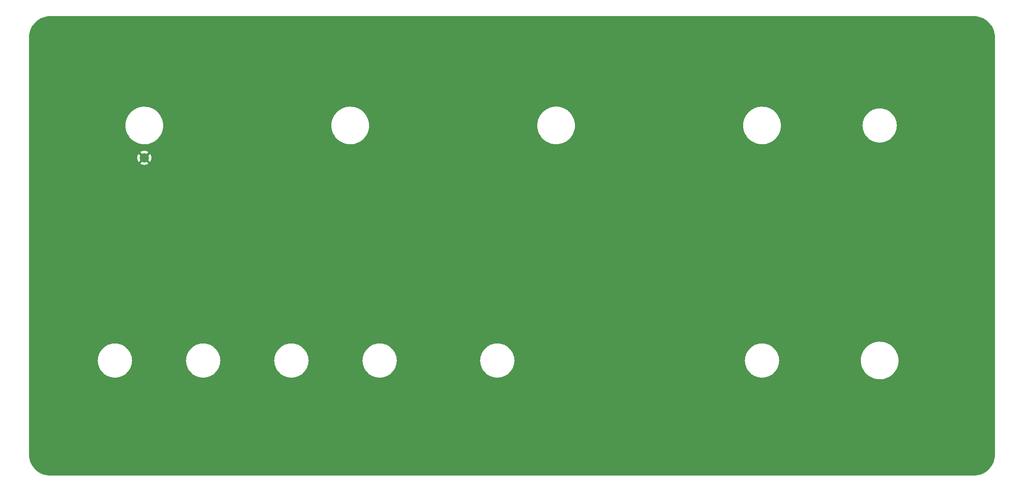
<source format=gbl>
G04 #@! TF.GenerationSoftware,KiCad,Pcbnew,6.0.5+dfsg-1~bpo11+1*
G04 #@! TF.CreationDate,2022-08-10T11:57:18+00:00*
G04 #@! TF.ProjectId,ribbon_pcb_panel,72696262-6f6e-45f7-9063-625f70616e65,0*
G04 #@! TF.SameCoordinates,Original*
G04 #@! TF.FileFunction,Copper,L2,Bot*
G04 #@! TF.FilePolarity,Positive*
%FSLAX46Y46*%
G04 Gerber Fmt 4.6, Leading zero omitted, Abs format (unit mm)*
G04 Created by KiCad (PCBNEW 6.0.5+dfsg-1~bpo11+1) date 2022-08-10 11:57:18*
%MOMM*%
%LPD*%
G01*
G04 APERTURE LIST*
G04 #@! TA.AperFunction,ComponentPad*
%ADD10C,2.000000*%
G04 #@! TD*
G04 APERTURE END LIST*
D10*
X59690000Y-78105000D03*
G04 #@! TA.AperFunction,Conductor*
G36*
X238730018Y-47500000D02*
G01*
X238744851Y-47502310D01*
X238744855Y-47502310D01*
X238753724Y-47503691D01*
X238774183Y-47501016D01*
X238796008Y-47500072D01*
X239152937Y-47515656D01*
X239163886Y-47516614D01*
X239548379Y-47567233D01*
X239559205Y-47569142D01*
X239937822Y-47653080D01*
X239948439Y-47655925D01*
X240118702Y-47709608D01*
X240318302Y-47772542D01*
X240328615Y-47776295D01*
X240686932Y-47924715D01*
X240696876Y-47929353D01*
X241040867Y-48108423D01*
X241050387Y-48113919D01*
X241377468Y-48322292D01*
X241386472Y-48328597D01*
X241694138Y-48564678D01*
X241702558Y-48571743D01*
X241988483Y-48833744D01*
X241996256Y-48841517D01*
X242258257Y-49127442D01*
X242265322Y-49135862D01*
X242501403Y-49443528D01*
X242507708Y-49452532D01*
X242716081Y-49779613D01*
X242721577Y-49789133D01*
X242900643Y-50133115D01*
X242905289Y-50143077D01*
X243053702Y-50501377D01*
X243057461Y-50511706D01*
X243174075Y-50881561D01*
X243176920Y-50892178D01*
X243260858Y-51270795D01*
X243262767Y-51281621D01*
X243313386Y-51666114D01*
X243314344Y-51677064D01*
X243329603Y-52026552D01*
X243328223Y-52051429D01*
X243326309Y-52063724D01*
X243327473Y-52072626D01*
X243327473Y-52072628D01*
X243330436Y-52095283D01*
X243331500Y-52111621D01*
X243331500Y-142190633D01*
X243330000Y-142210018D01*
X243327690Y-142224851D01*
X243327690Y-142224855D01*
X243326309Y-142233724D01*
X243328984Y-142254183D01*
X243329928Y-142276012D01*
X243314344Y-142632936D01*
X243313386Y-142643886D01*
X243262767Y-143028379D01*
X243260858Y-143039205D01*
X243176920Y-143417822D01*
X243174075Y-143428439D01*
X243057461Y-143798294D01*
X243053702Y-143808623D01*
X242905289Y-144166923D01*
X242900643Y-144176885D01*
X242721577Y-144520867D01*
X242716081Y-144530387D01*
X242507708Y-144857468D01*
X242501403Y-144866472D01*
X242265322Y-145174138D01*
X242258257Y-145182558D01*
X241996256Y-145468483D01*
X241988483Y-145476256D01*
X241702558Y-145738257D01*
X241694138Y-145745322D01*
X241386472Y-145981403D01*
X241377468Y-145987708D01*
X241050387Y-146196081D01*
X241040868Y-146201576D01*
X240696876Y-146380647D01*
X240686932Y-146385285D01*
X240328615Y-146533705D01*
X240318302Y-146537458D01*
X240118702Y-146600392D01*
X239948439Y-146654075D01*
X239937822Y-146656920D01*
X239559205Y-146740858D01*
X239548379Y-146742767D01*
X239163886Y-146793386D01*
X239152937Y-146794344D01*
X238803446Y-146809603D01*
X238778571Y-146808223D01*
X238766276Y-146806309D01*
X238757374Y-146807473D01*
X238757372Y-146807473D01*
X238742323Y-146809441D01*
X238734714Y-146810436D01*
X238718379Y-146811500D01*
X39419367Y-146811500D01*
X39399982Y-146810000D01*
X39385149Y-146807690D01*
X39385145Y-146807690D01*
X39376276Y-146806309D01*
X39355817Y-146808984D01*
X39333992Y-146809928D01*
X38977063Y-146794344D01*
X38966114Y-146793386D01*
X38581621Y-146742767D01*
X38570795Y-146740858D01*
X38192178Y-146656920D01*
X38181561Y-146654075D01*
X38011298Y-146600392D01*
X37811698Y-146537458D01*
X37801385Y-146533705D01*
X37443068Y-146385285D01*
X37433124Y-146380647D01*
X37089132Y-146201576D01*
X37079613Y-146196081D01*
X36752532Y-145987708D01*
X36743528Y-145981403D01*
X36435862Y-145745322D01*
X36427442Y-145738257D01*
X36141517Y-145476256D01*
X36133744Y-145468483D01*
X35871743Y-145182558D01*
X35864678Y-145174138D01*
X35628597Y-144866472D01*
X35622292Y-144857468D01*
X35413919Y-144530387D01*
X35408423Y-144520867D01*
X35229357Y-144176885D01*
X35224711Y-144166923D01*
X35076298Y-143808623D01*
X35072539Y-143798294D01*
X34955925Y-143428439D01*
X34953080Y-143417822D01*
X34869142Y-143039205D01*
X34867233Y-143028379D01*
X34816614Y-142643886D01*
X34815656Y-142632936D01*
X34800561Y-142287208D01*
X34802188Y-142260805D01*
X34802769Y-142257352D01*
X34802770Y-142257345D01*
X34803576Y-142252552D01*
X34803729Y-142240000D01*
X34799773Y-142212376D01*
X34798500Y-142194514D01*
X34798500Y-121920000D01*
X49651445Y-121920000D01*
X49671651Y-122305559D01*
X49672164Y-122308799D01*
X49672165Y-122308807D01*
X49690762Y-122426222D01*
X49732049Y-122686894D01*
X49831976Y-123059826D01*
X49970337Y-123420270D01*
X49971835Y-123423210D01*
X50048021Y-123572732D01*
X50145618Y-123764277D01*
X50147414Y-123767043D01*
X50147416Y-123767046D01*
X50251344Y-123927081D01*
X50355896Y-124088078D01*
X50598869Y-124388125D01*
X50871875Y-124661131D01*
X51171922Y-124904104D01*
X51495722Y-125114382D01*
X51498656Y-125115877D01*
X51498663Y-125115881D01*
X51774946Y-125256654D01*
X51839730Y-125289663D01*
X52200174Y-125428024D01*
X52573106Y-125527951D01*
X52775643Y-125560030D01*
X52951193Y-125587835D01*
X52951201Y-125587836D01*
X52954441Y-125588349D01*
X53340000Y-125608555D01*
X53725559Y-125588349D01*
X53728799Y-125587836D01*
X53728807Y-125587835D01*
X53904357Y-125560030D01*
X54106894Y-125527951D01*
X54479826Y-125428024D01*
X54840270Y-125289663D01*
X54905054Y-125256654D01*
X55181337Y-125115881D01*
X55181344Y-125115877D01*
X55184278Y-125114382D01*
X55508078Y-124904104D01*
X55808125Y-124661131D01*
X56081131Y-124388125D01*
X56324104Y-124088078D01*
X56428656Y-123927081D01*
X56532584Y-123767046D01*
X56532586Y-123767043D01*
X56534382Y-123764277D01*
X56631980Y-123572732D01*
X56708165Y-123423210D01*
X56709663Y-123420270D01*
X56848024Y-123059826D01*
X56947951Y-122686894D01*
X56989238Y-122426222D01*
X57007835Y-122308807D01*
X57007836Y-122308799D01*
X57008349Y-122305559D01*
X57028555Y-121920000D01*
X68701445Y-121920000D01*
X68721651Y-122305559D01*
X68722164Y-122308799D01*
X68722165Y-122308807D01*
X68740762Y-122426222D01*
X68782049Y-122686894D01*
X68881976Y-123059826D01*
X69020337Y-123420270D01*
X69021835Y-123423210D01*
X69098021Y-123572732D01*
X69195618Y-123764277D01*
X69197414Y-123767043D01*
X69197416Y-123767046D01*
X69301344Y-123927081D01*
X69405896Y-124088078D01*
X69648869Y-124388125D01*
X69921875Y-124661131D01*
X70221922Y-124904104D01*
X70545722Y-125114382D01*
X70548656Y-125115877D01*
X70548663Y-125115881D01*
X70824946Y-125256654D01*
X70889730Y-125289663D01*
X71250174Y-125428024D01*
X71623106Y-125527951D01*
X71825643Y-125560030D01*
X72001193Y-125587835D01*
X72001201Y-125587836D01*
X72004441Y-125588349D01*
X72390000Y-125608555D01*
X72775559Y-125588349D01*
X72778799Y-125587836D01*
X72778807Y-125587835D01*
X72954357Y-125560030D01*
X73156894Y-125527951D01*
X73529826Y-125428024D01*
X73890270Y-125289663D01*
X73955054Y-125256654D01*
X74231337Y-125115881D01*
X74231344Y-125115877D01*
X74234278Y-125114382D01*
X74558078Y-124904104D01*
X74858125Y-124661131D01*
X75131131Y-124388125D01*
X75374104Y-124088078D01*
X75478656Y-123927081D01*
X75582584Y-123767046D01*
X75582586Y-123767043D01*
X75584382Y-123764277D01*
X75681980Y-123572732D01*
X75758165Y-123423210D01*
X75759663Y-123420270D01*
X75898024Y-123059826D01*
X75997951Y-122686894D01*
X76039238Y-122426222D01*
X76057835Y-122308807D01*
X76057836Y-122308799D01*
X76058349Y-122305559D01*
X76078555Y-121920000D01*
X87751445Y-121920000D01*
X87771651Y-122305559D01*
X87772164Y-122308799D01*
X87772165Y-122308807D01*
X87790762Y-122426222D01*
X87832049Y-122686894D01*
X87931976Y-123059826D01*
X88070337Y-123420270D01*
X88071835Y-123423210D01*
X88148021Y-123572732D01*
X88245618Y-123764277D01*
X88247414Y-123767043D01*
X88247416Y-123767046D01*
X88351344Y-123927081D01*
X88455896Y-124088078D01*
X88698869Y-124388125D01*
X88971875Y-124661131D01*
X89271922Y-124904104D01*
X89595722Y-125114382D01*
X89598656Y-125115877D01*
X89598663Y-125115881D01*
X89874946Y-125256654D01*
X89939730Y-125289663D01*
X90300174Y-125428024D01*
X90673106Y-125527951D01*
X90875643Y-125560030D01*
X91051193Y-125587835D01*
X91051201Y-125587836D01*
X91054441Y-125588349D01*
X91440000Y-125608555D01*
X91825559Y-125588349D01*
X91828799Y-125587836D01*
X91828807Y-125587835D01*
X92004357Y-125560030D01*
X92206894Y-125527951D01*
X92579826Y-125428024D01*
X92940270Y-125289663D01*
X93005054Y-125256654D01*
X93281337Y-125115881D01*
X93281344Y-125115877D01*
X93284278Y-125114382D01*
X93608078Y-124904104D01*
X93908125Y-124661131D01*
X94181131Y-124388125D01*
X94424104Y-124088078D01*
X94528656Y-123927081D01*
X94632584Y-123767046D01*
X94632586Y-123767043D01*
X94634382Y-123764277D01*
X94731980Y-123572732D01*
X94808165Y-123423210D01*
X94809663Y-123420270D01*
X94948024Y-123059826D01*
X95047951Y-122686894D01*
X95089238Y-122426222D01*
X95107835Y-122308807D01*
X95107836Y-122308799D01*
X95108349Y-122305559D01*
X95128555Y-121920000D01*
X106801445Y-121920000D01*
X106821651Y-122305559D01*
X106822164Y-122308799D01*
X106822165Y-122308807D01*
X106840762Y-122426222D01*
X106882049Y-122686894D01*
X106981976Y-123059826D01*
X107120337Y-123420270D01*
X107121835Y-123423210D01*
X107198021Y-123572732D01*
X107295618Y-123764277D01*
X107297414Y-123767043D01*
X107297416Y-123767046D01*
X107401344Y-123927081D01*
X107505896Y-124088078D01*
X107748869Y-124388125D01*
X108021875Y-124661131D01*
X108321922Y-124904104D01*
X108645722Y-125114382D01*
X108648656Y-125115877D01*
X108648663Y-125115881D01*
X108924946Y-125256654D01*
X108989730Y-125289663D01*
X109350174Y-125428024D01*
X109723106Y-125527951D01*
X109925643Y-125560030D01*
X110101193Y-125587835D01*
X110101201Y-125587836D01*
X110104441Y-125588349D01*
X110490000Y-125608555D01*
X110875559Y-125588349D01*
X110878799Y-125587836D01*
X110878807Y-125587835D01*
X111054357Y-125560030D01*
X111256894Y-125527951D01*
X111629826Y-125428024D01*
X111990270Y-125289663D01*
X112055054Y-125256654D01*
X112331337Y-125115881D01*
X112331344Y-125115877D01*
X112334278Y-125114382D01*
X112658078Y-124904104D01*
X112958125Y-124661131D01*
X113231131Y-124388125D01*
X113474104Y-124088078D01*
X113578656Y-123927081D01*
X113682584Y-123767046D01*
X113682586Y-123767043D01*
X113684382Y-123764277D01*
X113781980Y-123572732D01*
X113858165Y-123423210D01*
X113859663Y-123420270D01*
X113998024Y-123059826D01*
X114097951Y-122686894D01*
X114139238Y-122426222D01*
X114157835Y-122308807D01*
X114157836Y-122308799D01*
X114158349Y-122305559D01*
X114178555Y-121920000D01*
X132201445Y-121920000D01*
X132221651Y-122305559D01*
X132222164Y-122308799D01*
X132222165Y-122308807D01*
X132240762Y-122426222D01*
X132282049Y-122686894D01*
X132381976Y-123059826D01*
X132520337Y-123420270D01*
X132521835Y-123423210D01*
X132598021Y-123572732D01*
X132695618Y-123764277D01*
X132697414Y-123767043D01*
X132697416Y-123767046D01*
X132801344Y-123927081D01*
X132905896Y-124088078D01*
X133148869Y-124388125D01*
X133421875Y-124661131D01*
X133721922Y-124904104D01*
X134045722Y-125114382D01*
X134048656Y-125115877D01*
X134048663Y-125115881D01*
X134324946Y-125256654D01*
X134389730Y-125289663D01*
X134750174Y-125428024D01*
X135123106Y-125527951D01*
X135325643Y-125560030D01*
X135501193Y-125587835D01*
X135501201Y-125587836D01*
X135504441Y-125588349D01*
X135890000Y-125608555D01*
X136275559Y-125588349D01*
X136278799Y-125587836D01*
X136278807Y-125587835D01*
X136454357Y-125560030D01*
X136656894Y-125527951D01*
X137029826Y-125428024D01*
X137390270Y-125289663D01*
X137455054Y-125256654D01*
X137731337Y-125115881D01*
X137731344Y-125115877D01*
X137734278Y-125114382D01*
X138058078Y-124904104D01*
X138358125Y-124661131D01*
X138631131Y-124388125D01*
X138874104Y-124088078D01*
X138978656Y-123927081D01*
X139082584Y-123767046D01*
X139082586Y-123767043D01*
X139084382Y-123764277D01*
X139181980Y-123572732D01*
X139258165Y-123423210D01*
X139259663Y-123420270D01*
X139398024Y-123059826D01*
X139497951Y-122686894D01*
X139539238Y-122426222D01*
X139557835Y-122308807D01*
X139557836Y-122308799D01*
X139558349Y-122305559D01*
X139578555Y-121920000D01*
X189351445Y-121920000D01*
X189371651Y-122305559D01*
X189372164Y-122308799D01*
X189372165Y-122308807D01*
X189390762Y-122426222D01*
X189432049Y-122686894D01*
X189531976Y-123059826D01*
X189670337Y-123420270D01*
X189671835Y-123423210D01*
X189748021Y-123572732D01*
X189845618Y-123764277D01*
X189847414Y-123767043D01*
X189847416Y-123767046D01*
X189951344Y-123927081D01*
X190055896Y-124088078D01*
X190298869Y-124388125D01*
X190571875Y-124661131D01*
X190871922Y-124904104D01*
X191195722Y-125114382D01*
X191198656Y-125115877D01*
X191198663Y-125115881D01*
X191474946Y-125256654D01*
X191539730Y-125289663D01*
X191900174Y-125428024D01*
X192273106Y-125527951D01*
X192475643Y-125560030D01*
X192651193Y-125587835D01*
X192651201Y-125587836D01*
X192654441Y-125588349D01*
X193040000Y-125608555D01*
X193425559Y-125588349D01*
X193428799Y-125587836D01*
X193428807Y-125587835D01*
X193604357Y-125560030D01*
X193806894Y-125527951D01*
X194179826Y-125428024D01*
X194540270Y-125289663D01*
X194605054Y-125256654D01*
X194881337Y-125115881D01*
X194881344Y-125115877D01*
X194884278Y-125114382D01*
X195208078Y-124904104D01*
X195508125Y-124661131D01*
X195781131Y-124388125D01*
X196024104Y-124088078D01*
X196128656Y-123927081D01*
X196232584Y-123767046D01*
X196232586Y-123767043D01*
X196234382Y-123764277D01*
X196331980Y-123572732D01*
X196408165Y-123423210D01*
X196409663Y-123420270D01*
X196548024Y-123059826D01*
X196647951Y-122686894D01*
X196689238Y-122426222D01*
X196707835Y-122308807D01*
X196707836Y-122308799D01*
X196708349Y-122305559D01*
X196728555Y-121920000D01*
X196725582Y-121863266D01*
X214377001Y-121863266D01*
X214377109Y-121866356D01*
X214377499Y-121877534D01*
X214389347Y-122216798D01*
X214390856Y-122260016D01*
X214391262Y-122263060D01*
X214391263Y-122263070D01*
X214397366Y-122308807D01*
X214443361Y-122653521D01*
X214444061Y-122656505D01*
X214444062Y-122656511D01*
X214496492Y-122880047D01*
X214534014Y-123040023D01*
X214661951Y-123415835D01*
X214825950Y-123777369D01*
X215024446Y-124121174D01*
X215026235Y-124123672D01*
X215026237Y-124123676D01*
X215223528Y-124399249D01*
X215255544Y-124443969D01*
X215257571Y-124446284D01*
X215257573Y-124446287D01*
X215422604Y-124634800D01*
X215517038Y-124742671D01*
X215519286Y-124744782D01*
X215804178Y-125012314D01*
X215804185Y-125012320D01*
X215806433Y-125014431D01*
X215808883Y-125016318D01*
X215808888Y-125016322D01*
X216118522Y-125254773D01*
X216120965Y-125256654D01*
X216123564Y-125258278D01*
X216123574Y-125258285D01*
X216304998Y-125371650D01*
X216457634Y-125467027D01*
X216813224Y-125643544D01*
X217184342Y-125784518D01*
X217567446Y-125888605D01*
X217570489Y-125889120D01*
X217570495Y-125889121D01*
X217955837Y-125954297D01*
X217955844Y-125954298D01*
X217958878Y-125954811D01*
X217961949Y-125955026D01*
X217961951Y-125955026D01*
X218351837Y-125982290D01*
X218351845Y-125982290D01*
X218354903Y-125982504D01*
X218611170Y-125975346D01*
X218748666Y-125971505D01*
X218748669Y-125971505D01*
X218751740Y-125971419D01*
X218754793Y-125971033D01*
X218754797Y-125971033D01*
X218943315Y-125947218D01*
X219145601Y-125921663D01*
X219148605Y-125920981D01*
X219148608Y-125920980D01*
X219529731Y-125834391D01*
X219529737Y-125834389D01*
X219532727Y-125833710D01*
X219680604Y-125784518D01*
X219906499Y-125709373D01*
X219906505Y-125709371D01*
X219909423Y-125708400D01*
X220052633Y-125644639D01*
X220269294Y-125548176D01*
X220269300Y-125548173D01*
X220272094Y-125546929D01*
X220304593Y-125528467D01*
X220614603Y-125352357D01*
X220614611Y-125352352D01*
X220617276Y-125350838D01*
X220941676Y-125121999D01*
X220950501Y-125114382D01*
X221239859Y-124864614D01*
X221242197Y-124862596D01*
X221244318Y-124860369D01*
X221244324Y-124860363D01*
X221513853Y-124577329D01*
X221515970Y-124575106D01*
X221518481Y-124571893D01*
X221758472Y-124264717D01*
X221758474Y-124264714D01*
X221760382Y-124262272D01*
X221762038Y-124259662D01*
X221762044Y-124259654D01*
X221971447Y-123929688D01*
X221971451Y-123929681D01*
X221973101Y-123927081D01*
X221999390Y-123875039D01*
X222075235Y-123724890D01*
X222152096Y-123572732D01*
X222153203Y-123569878D01*
X222153207Y-123569869D01*
X222294543Y-123205483D01*
X222294546Y-123205474D01*
X222295658Y-123202607D01*
X222385718Y-122880047D01*
X222401589Y-122823205D01*
X222401590Y-122823203D01*
X222402417Y-122820239D01*
X222471354Y-122429278D01*
X222501811Y-122033457D01*
X222503395Y-121920000D01*
X222502030Y-121892077D01*
X222486813Y-121580967D01*
X222484002Y-121523482D01*
X222444632Y-121256868D01*
X222426458Y-121133795D01*
X222426457Y-121133791D01*
X222426008Y-121130749D01*
X222329967Y-120745550D01*
X222311728Y-120694327D01*
X222265140Y-120563494D01*
X222196796Y-120371561D01*
X222027765Y-120012352D01*
X221998015Y-119962445D01*
X221887380Y-119776855D01*
X221824488Y-119671352D01*
X221588906Y-119351815D01*
X221323266Y-119056793D01*
X221030105Y-118789100D01*
X220712222Y-118551293D01*
X220663370Y-118521707D01*
X220375277Y-118347231D01*
X220375268Y-118347226D01*
X220372649Y-118345640D01*
X220014629Y-118174106D01*
X219955229Y-118152486D01*
X219644475Y-118039381D01*
X219644474Y-118039381D01*
X219641579Y-118038327D01*
X219434688Y-117985206D01*
X219260043Y-117940365D01*
X219260040Y-117940364D01*
X219257059Y-117939599D01*
X218864740Y-117878865D01*
X218861683Y-117878694D01*
X218861682Y-117878694D01*
X218832924Y-117877086D01*
X218468368Y-117856704D01*
X218465290Y-117856833D01*
X218465286Y-117856833D01*
X218206983Y-117867659D01*
X218071724Y-117873328D01*
X218068680Y-117873756D01*
X218068678Y-117873756D01*
X218028989Y-117879334D01*
X217678596Y-117928579D01*
X217292735Y-118021928D01*
X216917825Y-118152486D01*
X216871035Y-118174106D01*
X216560242Y-118317712D01*
X216560232Y-118317717D01*
X216557445Y-118319005D01*
X216215034Y-118519896D01*
X216174018Y-118549696D01*
X215896342Y-118751439D01*
X215896336Y-118751444D01*
X215893861Y-118753242D01*
X215891575Y-118755271D01*
X215891572Y-118755274D01*
X215851134Y-118791177D01*
X215596991Y-119016815D01*
X215594901Y-119019072D01*
X215594899Y-119019074D01*
X215329354Y-119305837D01*
X215329349Y-119305843D01*
X215327259Y-119308100D01*
X215325399Y-119310550D01*
X215325396Y-119310554D01*
X215292202Y-119354286D01*
X215087238Y-119624316D01*
X215085627Y-119626934D01*
X215085624Y-119626939D01*
X214880834Y-119959821D01*
X214879220Y-119962445D01*
X214705190Y-120319258D01*
X214704119Y-120322139D01*
X214704116Y-120322145D01*
X214618146Y-120553313D01*
X214566810Y-120691352D01*
X214465400Y-121075173D01*
X214401928Y-121467058D01*
X214401734Y-121470138D01*
X214401734Y-121470140D01*
X214394762Y-121580967D01*
X214377001Y-121863266D01*
X196725582Y-121863266D01*
X196708349Y-121534441D01*
X196707100Y-121526552D01*
X196648467Y-121156367D01*
X196647951Y-121153106D01*
X196548024Y-120780174D01*
X196535886Y-120748552D01*
X196410847Y-120422815D01*
X196409663Y-120419730D01*
X196357058Y-120316487D01*
X196235881Y-120078664D01*
X196235877Y-120078657D01*
X196234382Y-120075723D01*
X196183703Y-119997683D01*
X196025906Y-119754697D01*
X196024104Y-119751922D01*
X195781131Y-119451875D01*
X195508125Y-119178869D01*
X195208078Y-118935896D01*
X194979194Y-118787257D01*
X194887047Y-118727416D01*
X194887044Y-118727414D01*
X194884278Y-118725618D01*
X194881344Y-118724123D01*
X194881337Y-118724119D01*
X194543210Y-118551835D01*
X194540270Y-118550337D01*
X194179826Y-118411976D01*
X193806894Y-118312049D01*
X193604357Y-118279970D01*
X193428807Y-118252165D01*
X193428799Y-118252164D01*
X193425559Y-118251651D01*
X193040000Y-118231445D01*
X192654441Y-118251651D01*
X192651201Y-118252164D01*
X192651193Y-118252165D01*
X192475643Y-118279970D01*
X192273106Y-118312049D01*
X191900174Y-118411976D01*
X191539730Y-118550337D01*
X191536790Y-118551835D01*
X191198664Y-118724119D01*
X191198657Y-118724123D01*
X191195723Y-118725618D01*
X191192957Y-118727414D01*
X191192954Y-118727416D01*
X190979166Y-118866251D01*
X190871922Y-118935896D01*
X190571875Y-119178869D01*
X190298869Y-119451875D01*
X190055896Y-119751922D01*
X190054094Y-119754697D01*
X189896298Y-119997683D01*
X189845618Y-120075723D01*
X189844123Y-120078657D01*
X189844119Y-120078664D01*
X189722942Y-120316487D01*
X189670337Y-120419730D01*
X189669153Y-120422815D01*
X189544115Y-120748552D01*
X189531976Y-120780174D01*
X189432049Y-121153106D01*
X189431533Y-121156367D01*
X189372901Y-121526552D01*
X189371651Y-121534441D01*
X189352908Y-121892077D01*
X189351445Y-121920000D01*
X139578555Y-121920000D01*
X139558349Y-121534441D01*
X139557100Y-121526552D01*
X139498467Y-121156367D01*
X139497951Y-121153106D01*
X139398024Y-120780174D01*
X139385886Y-120748552D01*
X139260847Y-120422815D01*
X139259663Y-120419730D01*
X139207058Y-120316487D01*
X139085881Y-120078664D01*
X139085877Y-120078657D01*
X139084382Y-120075723D01*
X139033703Y-119997683D01*
X138875906Y-119754697D01*
X138874104Y-119751922D01*
X138631131Y-119451875D01*
X138358125Y-119178869D01*
X138058078Y-118935896D01*
X137829194Y-118787257D01*
X137737047Y-118727416D01*
X137737044Y-118727414D01*
X137734278Y-118725618D01*
X137731344Y-118724123D01*
X137731337Y-118724119D01*
X137393210Y-118551835D01*
X137390270Y-118550337D01*
X137029826Y-118411976D01*
X136656894Y-118312049D01*
X136454357Y-118279970D01*
X136278807Y-118252165D01*
X136278799Y-118252164D01*
X136275559Y-118251651D01*
X135890000Y-118231445D01*
X135504441Y-118251651D01*
X135501201Y-118252164D01*
X135501193Y-118252165D01*
X135325643Y-118279970D01*
X135123106Y-118312049D01*
X134750174Y-118411976D01*
X134389730Y-118550337D01*
X134386790Y-118551835D01*
X134048664Y-118724119D01*
X134048657Y-118724123D01*
X134045723Y-118725618D01*
X134042957Y-118727414D01*
X134042954Y-118727416D01*
X133829166Y-118866251D01*
X133721922Y-118935896D01*
X133421875Y-119178869D01*
X133148869Y-119451875D01*
X132905896Y-119751922D01*
X132904094Y-119754697D01*
X132746298Y-119997683D01*
X132695618Y-120075723D01*
X132694123Y-120078657D01*
X132694119Y-120078664D01*
X132572942Y-120316487D01*
X132520337Y-120419730D01*
X132519153Y-120422815D01*
X132394115Y-120748552D01*
X132381976Y-120780174D01*
X132282049Y-121153106D01*
X132281533Y-121156367D01*
X132222901Y-121526552D01*
X132221651Y-121534441D01*
X132202908Y-121892077D01*
X132201445Y-121920000D01*
X114178555Y-121920000D01*
X114158349Y-121534441D01*
X114157100Y-121526552D01*
X114098467Y-121156367D01*
X114097951Y-121153106D01*
X113998024Y-120780174D01*
X113985886Y-120748552D01*
X113860847Y-120422815D01*
X113859663Y-120419730D01*
X113807058Y-120316487D01*
X113685881Y-120078664D01*
X113685877Y-120078657D01*
X113684382Y-120075723D01*
X113633703Y-119997683D01*
X113475906Y-119754697D01*
X113474104Y-119751922D01*
X113231131Y-119451875D01*
X112958125Y-119178869D01*
X112658078Y-118935896D01*
X112429194Y-118787257D01*
X112337047Y-118727416D01*
X112337044Y-118727414D01*
X112334278Y-118725618D01*
X112331344Y-118724123D01*
X112331337Y-118724119D01*
X111993210Y-118551835D01*
X111990270Y-118550337D01*
X111629826Y-118411976D01*
X111256894Y-118312049D01*
X111054357Y-118279970D01*
X110878807Y-118252165D01*
X110878799Y-118252164D01*
X110875559Y-118251651D01*
X110490000Y-118231445D01*
X110104441Y-118251651D01*
X110101201Y-118252164D01*
X110101193Y-118252165D01*
X109925643Y-118279970D01*
X109723106Y-118312049D01*
X109350174Y-118411976D01*
X108989730Y-118550337D01*
X108986790Y-118551835D01*
X108648664Y-118724119D01*
X108648657Y-118724123D01*
X108645723Y-118725618D01*
X108642957Y-118727414D01*
X108642954Y-118727416D01*
X108429166Y-118866251D01*
X108321922Y-118935896D01*
X108021875Y-119178869D01*
X107748869Y-119451875D01*
X107505896Y-119751922D01*
X107504094Y-119754697D01*
X107346298Y-119997683D01*
X107295618Y-120075723D01*
X107294123Y-120078657D01*
X107294119Y-120078664D01*
X107172942Y-120316487D01*
X107120337Y-120419730D01*
X107119153Y-120422815D01*
X106994115Y-120748552D01*
X106981976Y-120780174D01*
X106882049Y-121153106D01*
X106881533Y-121156367D01*
X106822901Y-121526552D01*
X106821651Y-121534441D01*
X106802908Y-121892077D01*
X106801445Y-121920000D01*
X95128555Y-121920000D01*
X95108349Y-121534441D01*
X95107100Y-121526552D01*
X95048467Y-121156367D01*
X95047951Y-121153106D01*
X94948024Y-120780174D01*
X94935886Y-120748552D01*
X94810847Y-120422815D01*
X94809663Y-120419730D01*
X94757058Y-120316487D01*
X94635881Y-120078664D01*
X94635877Y-120078657D01*
X94634382Y-120075723D01*
X94583703Y-119997683D01*
X94425906Y-119754697D01*
X94424104Y-119751922D01*
X94181131Y-119451875D01*
X93908125Y-119178869D01*
X93608078Y-118935896D01*
X93379194Y-118787257D01*
X93287047Y-118727416D01*
X93287044Y-118727414D01*
X93284278Y-118725618D01*
X93281344Y-118724123D01*
X93281337Y-118724119D01*
X92943210Y-118551835D01*
X92940270Y-118550337D01*
X92579826Y-118411976D01*
X92206894Y-118312049D01*
X92004357Y-118279970D01*
X91828807Y-118252165D01*
X91828799Y-118252164D01*
X91825559Y-118251651D01*
X91440000Y-118231445D01*
X91054441Y-118251651D01*
X91051201Y-118252164D01*
X91051193Y-118252165D01*
X90875643Y-118279970D01*
X90673106Y-118312049D01*
X90300174Y-118411976D01*
X89939730Y-118550337D01*
X89936790Y-118551835D01*
X89598664Y-118724119D01*
X89598657Y-118724123D01*
X89595723Y-118725618D01*
X89592957Y-118727414D01*
X89592954Y-118727416D01*
X89379166Y-118866251D01*
X89271922Y-118935896D01*
X88971875Y-119178869D01*
X88698869Y-119451875D01*
X88455896Y-119751922D01*
X88454094Y-119754697D01*
X88296298Y-119997683D01*
X88245618Y-120075723D01*
X88244123Y-120078657D01*
X88244119Y-120078664D01*
X88122942Y-120316487D01*
X88070337Y-120419730D01*
X88069153Y-120422815D01*
X87944115Y-120748552D01*
X87931976Y-120780174D01*
X87832049Y-121153106D01*
X87831533Y-121156367D01*
X87772901Y-121526552D01*
X87771651Y-121534441D01*
X87752908Y-121892077D01*
X87751445Y-121920000D01*
X76078555Y-121920000D01*
X76058349Y-121534441D01*
X76057100Y-121526552D01*
X75998467Y-121156367D01*
X75997951Y-121153106D01*
X75898024Y-120780174D01*
X75885886Y-120748552D01*
X75760847Y-120422815D01*
X75759663Y-120419730D01*
X75707058Y-120316487D01*
X75585881Y-120078664D01*
X75585877Y-120078657D01*
X75584382Y-120075723D01*
X75533703Y-119997683D01*
X75375906Y-119754697D01*
X75374104Y-119751922D01*
X75131131Y-119451875D01*
X74858125Y-119178869D01*
X74558078Y-118935896D01*
X74329194Y-118787257D01*
X74237047Y-118727416D01*
X74237044Y-118727414D01*
X74234278Y-118725618D01*
X74231344Y-118724123D01*
X74231337Y-118724119D01*
X73893210Y-118551835D01*
X73890270Y-118550337D01*
X73529826Y-118411976D01*
X73156894Y-118312049D01*
X72954357Y-118279970D01*
X72778807Y-118252165D01*
X72778799Y-118252164D01*
X72775559Y-118251651D01*
X72390000Y-118231445D01*
X72004441Y-118251651D01*
X72001201Y-118252164D01*
X72001193Y-118252165D01*
X71825643Y-118279970D01*
X71623106Y-118312049D01*
X71250174Y-118411976D01*
X70889730Y-118550337D01*
X70886790Y-118551835D01*
X70548664Y-118724119D01*
X70548657Y-118724123D01*
X70545723Y-118725618D01*
X70542957Y-118727414D01*
X70542954Y-118727416D01*
X70329166Y-118866251D01*
X70221922Y-118935896D01*
X69921875Y-119178869D01*
X69648869Y-119451875D01*
X69405896Y-119751922D01*
X69404094Y-119754697D01*
X69246298Y-119997683D01*
X69195618Y-120075723D01*
X69194123Y-120078657D01*
X69194119Y-120078664D01*
X69072942Y-120316487D01*
X69020337Y-120419730D01*
X69019153Y-120422815D01*
X68894115Y-120748552D01*
X68881976Y-120780174D01*
X68782049Y-121153106D01*
X68781533Y-121156367D01*
X68722901Y-121526552D01*
X68721651Y-121534441D01*
X68702908Y-121892077D01*
X68701445Y-121920000D01*
X57028555Y-121920000D01*
X57008349Y-121534441D01*
X57007100Y-121526552D01*
X56948467Y-121156367D01*
X56947951Y-121153106D01*
X56848024Y-120780174D01*
X56835886Y-120748552D01*
X56710847Y-120422815D01*
X56709663Y-120419730D01*
X56657058Y-120316487D01*
X56535881Y-120078664D01*
X56535877Y-120078657D01*
X56534382Y-120075723D01*
X56483703Y-119997683D01*
X56325906Y-119754697D01*
X56324104Y-119751922D01*
X56081131Y-119451875D01*
X55808125Y-119178869D01*
X55508078Y-118935896D01*
X55279194Y-118787257D01*
X55187047Y-118727416D01*
X55187044Y-118727414D01*
X55184278Y-118725618D01*
X55181344Y-118724123D01*
X55181337Y-118724119D01*
X54843210Y-118551835D01*
X54840270Y-118550337D01*
X54479826Y-118411976D01*
X54106894Y-118312049D01*
X53904357Y-118279970D01*
X53728807Y-118252165D01*
X53728799Y-118252164D01*
X53725559Y-118251651D01*
X53340000Y-118231445D01*
X52954441Y-118251651D01*
X52951201Y-118252164D01*
X52951193Y-118252165D01*
X52775643Y-118279970D01*
X52573106Y-118312049D01*
X52200174Y-118411976D01*
X51839730Y-118550337D01*
X51836790Y-118551835D01*
X51498664Y-118724119D01*
X51498657Y-118724123D01*
X51495723Y-118725618D01*
X51492957Y-118727414D01*
X51492954Y-118727416D01*
X51279166Y-118866251D01*
X51171922Y-118935896D01*
X50871875Y-119178869D01*
X50598869Y-119451875D01*
X50355896Y-119751922D01*
X50354094Y-119754697D01*
X50196298Y-119997683D01*
X50145618Y-120075723D01*
X50144123Y-120078657D01*
X50144119Y-120078664D01*
X50022942Y-120316487D01*
X49970337Y-120419730D01*
X49969153Y-120422815D01*
X49844115Y-120748552D01*
X49831976Y-120780174D01*
X49732049Y-121153106D01*
X49731533Y-121156367D01*
X49672901Y-121526552D01*
X49671651Y-121534441D01*
X49652908Y-121892077D01*
X49651445Y-121920000D01*
X34798500Y-121920000D01*
X34798500Y-79337670D01*
X58822160Y-79337670D01*
X58827887Y-79345320D01*
X58999042Y-79450205D01*
X59007837Y-79454687D01*
X59217988Y-79541734D01*
X59227373Y-79544783D01*
X59448554Y-79597885D01*
X59458301Y-79599428D01*
X59685070Y-79617275D01*
X59694930Y-79617275D01*
X59921699Y-79599428D01*
X59931446Y-79597885D01*
X60152627Y-79544783D01*
X60162012Y-79541734D01*
X60372163Y-79454687D01*
X60380958Y-79450205D01*
X60548445Y-79347568D01*
X60557907Y-79337110D01*
X60554124Y-79328334D01*
X59702812Y-78477022D01*
X59688868Y-78469408D01*
X59687035Y-78469539D01*
X59680420Y-78473790D01*
X58828920Y-79325290D01*
X58822160Y-79337670D01*
X34798500Y-79337670D01*
X34798500Y-78109930D01*
X58177725Y-78109930D01*
X58195572Y-78336699D01*
X58197115Y-78346446D01*
X58250217Y-78567627D01*
X58253266Y-78577012D01*
X58340313Y-78787163D01*
X58344795Y-78795958D01*
X58447432Y-78963445D01*
X58457890Y-78972907D01*
X58466666Y-78969124D01*
X59317978Y-78117812D01*
X59324356Y-78106132D01*
X60054408Y-78106132D01*
X60054539Y-78107965D01*
X60058790Y-78114580D01*
X60910290Y-78966080D01*
X60922670Y-78972840D01*
X60930320Y-78967113D01*
X61035205Y-78795958D01*
X61039687Y-78787163D01*
X61126734Y-78577012D01*
X61129783Y-78567627D01*
X61182885Y-78346446D01*
X61184428Y-78336699D01*
X61202275Y-78109930D01*
X61202275Y-78100070D01*
X61184428Y-77873301D01*
X61182885Y-77863554D01*
X61129783Y-77642373D01*
X61126734Y-77632988D01*
X61039687Y-77422837D01*
X61035205Y-77414042D01*
X60932568Y-77246555D01*
X60922110Y-77237093D01*
X60913334Y-77240876D01*
X60062022Y-78092188D01*
X60054408Y-78106132D01*
X59324356Y-78106132D01*
X59325592Y-78103868D01*
X59325461Y-78102035D01*
X59321210Y-78095420D01*
X58469710Y-77243920D01*
X58457330Y-77237160D01*
X58449680Y-77242887D01*
X58344795Y-77414042D01*
X58340313Y-77422837D01*
X58253266Y-77632988D01*
X58250217Y-77642373D01*
X58197115Y-77863554D01*
X58195572Y-77873301D01*
X58177725Y-78100070D01*
X58177725Y-78109930D01*
X34798500Y-78109930D01*
X34798500Y-76872890D01*
X58822093Y-76872890D01*
X58825876Y-76881666D01*
X59677188Y-77732978D01*
X59691132Y-77740592D01*
X59692965Y-77740461D01*
X59699580Y-77736210D01*
X60551080Y-76884710D01*
X60557840Y-76872330D01*
X60552113Y-76864680D01*
X60380958Y-76759795D01*
X60372163Y-76755313D01*
X60162012Y-76668266D01*
X60152627Y-76665217D01*
X59931446Y-76612115D01*
X59921699Y-76610572D01*
X59694930Y-76592725D01*
X59685070Y-76592725D01*
X59458301Y-76610572D01*
X59448554Y-76612115D01*
X59227373Y-76665217D01*
X59217988Y-76668266D01*
X59007837Y-76755313D01*
X58999042Y-76759795D01*
X58831555Y-76862432D01*
X58822093Y-76872890D01*
X34798500Y-76872890D01*
X34798500Y-71063266D01*
X55627001Y-71063266D01*
X55627109Y-71066356D01*
X55627499Y-71077534D01*
X55640667Y-71454598D01*
X55640856Y-71460016D01*
X55641262Y-71463060D01*
X55641263Y-71463070D01*
X55663440Y-71629278D01*
X55693361Y-71853521D01*
X55694061Y-71856505D01*
X55694062Y-71856511D01*
X55745221Y-72074629D01*
X55784014Y-72240023D01*
X55911951Y-72615835D01*
X56075950Y-72977369D01*
X56274446Y-73321174D01*
X56276235Y-73323672D01*
X56276237Y-73323676D01*
X56503325Y-73640869D01*
X56505544Y-73643969D01*
X56507571Y-73646284D01*
X56507573Y-73646287D01*
X56667861Y-73829382D01*
X56767038Y-73942671D01*
X56769286Y-73944782D01*
X57054178Y-74212314D01*
X57054185Y-74212320D01*
X57056433Y-74214431D01*
X57058883Y-74216318D01*
X57058888Y-74216322D01*
X57366047Y-74452867D01*
X57370965Y-74456654D01*
X57373564Y-74458278D01*
X57373574Y-74458285D01*
X57554998Y-74571650D01*
X57707634Y-74667027D01*
X58063224Y-74843544D01*
X58434342Y-74984518D01*
X58817446Y-75088605D01*
X58820489Y-75089120D01*
X58820495Y-75089121D01*
X59205837Y-75154297D01*
X59205844Y-75154298D01*
X59208878Y-75154811D01*
X59211949Y-75155026D01*
X59211951Y-75155026D01*
X59601837Y-75182290D01*
X59601845Y-75182290D01*
X59604903Y-75182504D01*
X59861170Y-75175346D01*
X59998666Y-75171505D01*
X59998669Y-75171505D01*
X60001740Y-75171419D01*
X60004793Y-75171033D01*
X60004797Y-75171033D01*
X60193315Y-75147218D01*
X60395601Y-75121663D01*
X60398605Y-75120981D01*
X60398608Y-75120980D01*
X60779731Y-75034391D01*
X60779737Y-75034389D01*
X60782727Y-75033710D01*
X60930604Y-74984518D01*
X61156499Y-74909373D01*
X61156505Y-74909371D01*
X61159423Y-74908400D01*
X61302633Y-74844639D01*
X61519294Y-74748176D01*
X61519300Y-74748173D01*
X61522094Y-74746929D01*
X61524763Y-74745413D01*
X61864603Y-74552357D01*
X61864611Y-74552352D01*
X61867276Y-74550838D01*
X62191676Y-74321999D01*
X62200297Y-74314558D01*
X62489859Y-74064614D01*
X62492197Y-74062596D01*
X62494318Y-74060369D01*
X62494324Y-74060363D01*
X62763853Y-73777329D01*
X62765970Y-73775106D01*
X62768467Y-73771911D01*
X63008472Y-73464717D01*
X63008474Y-73464714D01*
X63010382Y-73462272D01*
X63012038Y-73459662D01*
X63012044Y-73459654D01*
X63221447Y-73129688D01*
X63221451Y-73129681D01*
X63223101Y-73127081D01*
X63227227Y-73118914D01*
X63325235Y-72924890D01*
X63402096Y-72772732D01*
X63403203Y-72769878D01*
X63403207Y-72769869D01*
X63544543Y-72405483D01*
X63544546Y-72405474D01*
X63545658Y-72402607D01*
X63637231Y-72074629D01*
X63651589Y-72023205D01*
X63651590Y-72023203D01*
X63652417Y-72020239D01*
X63721354Y-71629278D01*
X63751811Y-71233457D01*
X63753395Y-71120000D01*
X63752030Y-71092077D01*
X63750621Y-71063266D01*
X100077001Y-71063266D01*
X100077109Y-71066356D01*
X100077499Y-71077534D01*
X100090667Y-71454598D01*
X100090856Y-71460016D01*
X100091262Y-71463060D01*
X100091263Y-71463070D01*
X100113440Y-71629278D01*
X100143361Y-71853521D01*
X100144061Y-71856505D01*
X100144062Y-71856511D01*
X100195221Y-72074629D01*
X100234014Y-72240023D01*
X100361951Y-72615835D01*
X100525950Y-72977369D01*
X100724446Y-73321174D01*
X100726235Y-73323672D01*
X100726237Y-73323676D01*
X100953325Y-73640869D01*
X100955544Y-73643969D01*
X100957571Y-73646284D01*
X100957573Y-73646287D01*
X101117861Y-73829382D01*
X101217038Y-73942671D01*
X101219286Y-73944782D01*
X101504178Y-74212314D01*
X101504185Y-74212320D01*
X101506433Y-74214431D01*
X101508883Y-74216318D01*
X101508888Y-74216322D01*
X101816047Y-74452867D01*
X101820965Y-74456654D01*
X101823564Y-74458278D01*
X101823574Y-74458285D01*
X102004998Y-74571650D01*
X102157634Y-74667027D01*
X102513224Y-74843544D01*
X102884342Y-74984518D01*
X103267446Y-75088605D01*
X103270489Y-75089120D01*
X103270495Y-75089121D01*
X103655837Y-75154297D01*
X103655844Y-75154298D01*
X103658878Y-75154811D01*
X103661949Y-75155026D01*
X103661951Y-75155026D01*
X104051837Y-75182290D01*
X104051845Y-75182290D01*
X104054903Y-75182504D01*
X104311170Y-75175346D01*
X104448666Y-75171505D01*
X104448669Y-75171505D01*
X104451740Y-75171419D01*
X104454793Y-75171033D01*
X104454797Y-75171033D01*
X104643315Y-75147218D01*
X104845601Y-75121663D01*
X104848605Y-75120981D01*
X104848608Y-75120980D01*
X105229731Y-75034391D01*
X105229737Y-75034389D01*
X105232727Y-75033710D01*
X105380604Y-74984518D01*
X105606499Y-74909373D01*
X105606505Y-74909371D01*
X105609423Y-74908400D01*
X105752633Y-74844639D01*
X105969294Y-74748176D01*
X105969300Y-74748173D01*
X105972094Y-74746929D01*
X105974763Y-74745413D01*
X106314603Y-74552357D01*
X106314611Y-74552352D01*
X106317276Y-74550838D01*
X106641676Y-74321999D01*
X106650297Y-74314558D01*
X106939859Y-74064614D01*
X106942197Y-74062596D01*
X106944318Y-74060369D01*
X106944324Y-74060363D01*
X107213853Y-73777329D01*
X107215970Y-73775106D01*
X107218467Y-73771911D01*
X107458472Y-73464717D01*
X107458474Y-73464714D01*
X107460382Y-73462272D01*
X107462038Y-73459662D01*
X107462044Y-73459654D01*
X107671447Y-73129688D01*
X107671451Y-73129681D01*
X107673101Y-73127081D01*
X107677227Y-73118914D01*
X107775235Y-72924890D01*
X107852096Y-72772732D01*
X107853203Y-72769878D01*
X107853207Y-72769869D01*
X107994543Y-72405483D01*
X107994546Y-72405474D01*
X107995658Y-72402607D01*
X108087231Y-72074629D01*
X108101589Y-72023205D01*
X108101590Y-72023203D01*
X108102417Y-72020239D01*
X108171354Y-71629278D01*
X108201811Y-71233457D01*
X108203395Y-71120000D01*
X108202030Y-71092077D01*
X108200356Y-71057848D01*
X144522750Y-71057848D01*
X144522858Y-71060938D01*
X144523248Y-71072116D01*
X144535139Y-71412607D01*
X144536605Y-71454598D01*
X144537011Y-71457642D01*
X144537012Y-71457652D01*
X144558782Y-71620804D01*
X144589110Y-71848103D01*
X144589810Y-71851087D01*
X144589811Y-71851093D01*
X144628909Y-72017787D01*
X144679763Y-72234605D01*
X144680752Y-72237511D01*
X144680754Y-72237517D01*
X144687262Y-72256634D01*
X144807700Y-72610417D01*
X144971699Y-72971951D01*
X145170195Y-73315756D01*
X145171984Y-73318254D01*
X145171986Y-73318258D01*
X145373156Y-73599249D01*
X145401293Y-73638551D01*
X145403320Y-73640866D01*
X145403322Y-73640869D01*
X145660755Y-73934932D01*
X145662787Y-73937253D01*
X145665035Y-73939364D01*
X145949927Y-74206896D01*
X145949934Y-74206902D01*
X145952182Y-74209013D01*
X145954632Y-74210900D01*
X145954637Y-74210904D01*
X146101216Y-74323785D01*
X146266714Y-74451236D01*
X146269313Y-74452860D01*
X146269323Y-74452867D01*
X146423272Y-74549064D01*
X146603383Y-74661609D01*
X146958973Y-74838126D01*
X147330091Y-74979100D01*
X147713195Y-75083187D01*
X147716238Y-75083702D01*
X147716244Y-75083703D01*
X148101586Y-75148879D01*
X148101593Y-75148880D01*
X148104627Y-75149393D01*
X148107698Y-75149608D01*
X148107700Y-75149608D01*
X148497586Y-75176872D01*
X148497594Y-75176872D01*
X148500652Y-75177086D01*
X148756919Y-75169928D01*
X148894415Y-75166087D01*
X148894418Y-75166087D01*
X148897489Y-75166001D01*
X148900542Y-75165615D01*
X148900546Y-75165615D01*
X149089064Y-75141800D01*
X149291350Y-75116245D01*
X149294354Y-75115563D01*
X149294357Y-75115562D01*
X149675480Y-75028973D01*
X149675486Y-75028971D01*
X149678476Y-75028292D01*
X149810066Y-74984518D01*
X150052248Y-74903955D01*
X150052254Y-74903953D01*
X150055172Y-74902982D01*
X150186213Y-74844639D01*
X150415043Y-74742758D01*
X150415049Y-74742755D01*
X150417843Y-74741511D01*
X150443218Y-74727096D01*
X150760352Y-74546939D01*
X150760360Y-74546934D01*
X150763025Y-74545420D01*
X151087425Y-74316581D01*
X151208220Y-74212314D01*
X151385608Y-74059196D01*
X151387946Y-74057178D01*
X151390067Y-74054951D01*
X151390073Y-74054945D01*
X151654443Y-73777329D01*
X151661719Y-73769688D01*
X151690753Y-73732527D01*
X151904221Y-73459299D01*
X151904223Y-73459296D01*
X151906131Y-73456854D01*
X151907787Y-73454244D01*
X151907793Y-73454236D01*
X152117196Y-73124270D01*
X152117200Y-73124263D01*
X152118850Y-73121663D01*
X152145139Y-73069621D01*
X152279748Y-72803140D01*
X152297845Y-72767314D01*
X152298952Y-72764460D01*
X152298956Y-72764451D01*
X152440292Y-72400065D01*
X152440295Y-72400056D01*
X152441407Y-72397189D01*
X152548166Y-72014821D01*
X152617103Y-71623860D01*
X152647560Y-71228039D01*
X152649144Y-71114582D01*
X152648044Y-71092077D01*
X152646635Y-71063266D01*
X188977001Y-71063266D01*
X188977109Y-71066356D01*
X188977499Y-71077534D01*
X188990667Y-71454598D01*
X188990856Y-71460016D01*
X188991262Y-71463060D01*
X188991263Y-71463070D01*
X189013440Y-71629278D01*
X189043361Y-71853521D01*
X189044061Y-71856505D01*
X189044062Y-71856511D01*
X189095221Y-72074629D01*
X189134014Y-72240023D01*
X189261951Y-72615835D01*
X189425950Y-72977369D01*
X189624446Y-73321174D01*
X189626235Y-73323672D01*
X189626237Y-73323676D01*
X189853325Y-73640869D01*
X189855544Y-73643969D01*
X189857571Y-73646284D01*
X189857573Y-73646287D01*
X190017861Y-73829382D01*
X190117038Y-73942671D01*
X190119286Y-73944782D01*
X190404178Y-74212314D01*
X190404185Y-74212320D01*
X190406433Y-74214431D01*
X190408883Y-74216318D01*
X190408888Y-74216322D01*
X190716047Y-74452867D01*
X190720965Y-74456654D01*
X190723564Y-74458278D01*
X190723574Y-74458285D01*
X190904998Y-74571650D01*
X191057634Y-74667027D01*
X191413224Y-74843544D01*
X191784342Y-74984518D01*
X192167446Y-75088605D01*
X192170489Y-75089120D01*
X192170495Y-75089121D01*
X192555837Y-75154297D01*
X192555844Y-75154298D01*
X192558878Y-75154811D01*
X192561949Y-75155026D01*
X192561951Y-75155026D01*
X192951837Y-75182290D01*
X192951845Y-75182290D01*
X192954903Y-75182504D01*
X193211170Y-75175346D01*
X193348666Y-75171505D01*
X193348669Y-75171505D01*
X193351740Y-75171419D01*
X193354793Y-75171033D01*
X193354797Y-75171033D01*
X193543315Y-75147218D01*
X193745601Y-75121663D01*
X193748605Y-75120981D01*
X193748608Y-75120980D01*
X194129731Y-75034391D01*
X194129737Y-75034389D01*
X194132727Y-75033710D01*
X194280604Y-74984518D01*
X194506499Y-74909373D01*
X194506505Y-74909371D01*
X194509423Y-74908400D01*
X194652633Y-74844639D01*
X194869294Y-74748176D01*
X194869300Y-74748173D01*
X194872094Y-74746929D01*
X194874763Y-74745413D01*
X195214603Y-74552357D01*
X195214611Y-74552352D01*
X195217276Y-74550838D01*
X195541676Y-74321999D01*
X195550297Y-74314558D01*
X195839859Y-74064614D01*
X195842197Y-74062596D01*
X195844318Y-74060369D01*
X195844324Y-74060363D01*
X196113853Y-73777329D01*
X196115970Y-73775106D01*
X196118467Y-73771911D01*
X196358472Y-73464717D01*
X196358474Y-73464714D01*
X196360382Y-73462272D01*
X196362038Y-73459662D01*
X196362044Y-73459654D01*
X196571447Y-73129688D01*
X196571451Y-73129681D01*
X196573101Y-73127081D01*
X196577227Y-73118914D01*
X196675235Y-72924890D01*
X196752096Y-72772732D01*
X196753203Y-72769878D01*
X196753207Y-72769869D01*
X196894543Y-72405483D01*
X196894546Y-72405474D01*
X196895658Y-72402607D01*
X196987231Y-72074629D01*
X197001589Y-72023205D01*
X197001590Y-72023203D01*
X197002417Y-72020239D01*
X197071354Y-71629278D01*
X197101811Y-71233457D01*
X197103395Y-71120000D01*
X214751445Y-71120000D01*
X214771651Y-71505559D01*
X214772164Y-71508799D01*
X214772165Y-71508807D01*
X214791246Y-71629278D01*
X214832049Y-71886894D01*
X214931976Y-72259826D01*
X215070337Y-72620270D01*
X215071835Y-72623210D01*
X215160754Y-72797722D01*
X215245618Y-72964277D01*
X215247414Y-72967043D01*
X215247416Y-72967046D01*
X215351344Y-73127081D01*
X215455896Y-73288078D01*
X215698869Y-73588125D01*
X215971875Y-73861131D01*
X216271922Y-74104104D01*
X216595722Y-74314382D01*
X216598656Y-74315877D01*
X216598663Y-74315881D01*
X216874946Y-74456654D01*
X216939730Y-74489663D01*
X217300174Y-74628024D01*
X217673106Y-74727951D01*
X217875643Y-74760030D01*
X218051193Y-74787835D01*
X218051201Y-74787836D01*
X218054441Y-74788349D01*
X218440000Y-74808555D01*
X218825559Y-74788349D01*
X218828799Y-74787836D01*
X218828807Y-74787835D01*
X219004357Y-74760030D01*
X219206894Y-74727951D01*
X219579826Y-74628024D01*
X219940270Y-74489663D01*
X220005054Y-74456654D01*
X220281337Y-74315881D01*
X220281344Y-74315877D01*
X220284278Y-74314382D01*
X220608078Y-74104104D01*
X220908125Y-73861131D01*
X221181131Y-73588125D01*
X221424104Y-73288078D01*
X221528656Y-73127081D01*
X221632584Y-72967046D01*
X221632586Y-72967043D01*
X221634382Y-72964277D01*
X221719247Y-72797722D01*
X221808165Y-72623210D01*
X221809663Y-72620270D01*
X221948024Y-72259826D01*
X222047951Y-71886894D01*
X222088754Y-71629278D01*
X222107835Y-71508807D01*
X222107836Y-71508799D01*
X222108349Y-71505559D01*
X222128555Y-71120000D01*
X222108349Y-70734441D01*
X222107100Y-70726552D01*
X222056141Y-70404815D01*
X222047951Y-70353106D01*
X221948024Y-69980174D01*
X221935886Y-69948552D01*
X221810847Y-69622815D01*
X221809663Y-69619730D01*
X221754297Y-69511069D01*
X221635881Y-69278664D01*
X221635877Y-69278657D01*
X221634382Y-69275723D01*
X221583703Y-69197683D01*
X221425906Y-68954697D01*
X221424104Y-68951922D01*
X221181131Y-68651875D01*
X220908125Y-68378869D01*
X220608078Y-68135896D01*
X220370851Y-67981839D01*
X220287047Y-67927416D01*
X220287044Y-67927414D01*
X220284278Y-67925618D01*
X220281344Y-67924123D01*
X220281337Y-67924119D01*
X219943210Y-67751835D01*
X219940270Y-67750337D01*
X219579826Y-67611976D01*
X219206894Y-67512049D01*
X219004357Y-67479970D01*
X218828807Y-67452165D01*
X218828799Y-67452164D01*
X218825559Y-67451651D01*
X218440000Y-67431445D01*
X218054441Y-67451651D01*
X218051201Y-67452164D01*
X218051193Y-67452165D01*
X217875643Y-67479970D01*
X217673106Y-67512049D01*
X217300174Y-67611976D01*
X216939730Y-67750337D01*
X216936790Y-67751835D01*
X216598664Y-67924119D01*
X216598657Y-67924123D01*
X216595723Y-67925618D01*
X216592957Y-67927414D01*
X216592954Y-67927416D01*
X216379166Y-68066251D01*
X216271922Y-68135896D01*
X215971875Y-68378869D01*
X215698869Y-68651875D01*
X215455896Y-68951922D01*
X215454094Y-68954697D01*
X215296298Y-69197683D01*
X215245618Y-69275723D01*
X215244123Y-69278657D01*
X215244119Y-69278664D01*
X215125703Y-69511069D01*
X215070337Y-69619730D01*
X215069153Y-69622815D01*
X214944115Y-69948552D01*
X214931976Y-69980174D01*
X214832049Y-70353106D01*
X214823859Y-70404815D01*
X214772901Y-70726552D01*
X214771651Y-70734441D01*
X214752908Y-71092077D01*
X214751445Y-71120000D01*
X197103395Y-71120000D01*
X197102030Y-71092077D01*
X197086813Y-70780967D01*
X197084002Y-70723482D01*
X197044632Y-70456868D01*
X197026458Y-70333795D01*
X197026457Y-70333791D01*
X197026008Y-70330749D01*
X196929967Y-69945550D01*
X196927001Y-69937219D01*
X196864688Y-69762224D01*
X196796796Y-69571561D01*
X196627765Y-69212352D01*
X196624536Y-69206934D01*
X196484151Y-68971437D01*
X196424488Y-68871352D01*
X196188906Y-68551815D01*
X195923266Y-68256793D01*
X195630105Y-67989100D01*
X195312222Y-67751293D01*
X195263370Y-67721707D01*
X194975277Y-67547231D01*
X194975268Y-67547226D01*
X194972649Y-67545640D01*
X194614629Y-67374106D01*
X194555229Y-67352486D01*
X194244475Y-67239381D01*
X194244474Y-67239381D01*
X194241579Y-67238327D01*
X194034688Y-67185206D01*
X193860043Y-67140365D01*
X193860040Y-67140364D01*
X193857059Y-67139599D01*
X193464740Y-67078865D01*
X193461683Y-67078694D01*
X193461682Y-67078694D01*
X193432924Y-67077086D01*
X193068368Y-67056704D01*
X193065290Y-67056833D01*
X193065286Y-67056833D01*
X192806983Y-67067659D01*
X192671724Y-67073328D01*
X192668680Y-67073756D01*
X192668678Y-67073756D01*
X192628989Y-67079334D01*
X192278596Y-67128579D01*
X191892735Y-67221928D01*
X191517825Y-67352486D01*
X191471035Y-67374106D01*
X191160242Y-67517712D01*
X191160232Y-67517717D01*
X191157445Y-67519005D01*
X190815034Y-67719896D01*
X190774018Y-67749696D01*
X190496342Y-67951439D01*
X190496336Y-67951444D01*
X190493861Y-67953242D01*
X190491575Y-67955271D01*
X190491572Y-67955274D01*
X190205389Y-68209359D01*
X190196991Y-68216815D01*
X190194901Y-68219072D01*
X190194899Y-68219074D01*
X189929354Y-68505837D01*
X189929349Y-68505843D01*
X189927259Y-68508100D01*
X189925399Y-68510550D01*
X189925396Y-68510554D01*
X189892202Y-68554286D01*
X189687238Y-68824316D01*
X189685627Y-68826934D01*
X189685624Y-68826939D01*
X189484167Y-69154403D01*
X189479220Y-69162445D01*
X189305190Y-69519258D01*
X189304119Y-69522139D01*
X189304116Y-69522145D01*
X189218146Y-69753313D01*
X189166810Y-69891352D01*
X189065400Y-70275173D01*
X189064909Y-70278206D01*
X189002806Y-70661640D01*
X189001928Y-70667058D01*
X189001734Y-70670138D01*
X189001734Y-70670140D01*
X188994762Y-70780967D01*
X188977001Y-71063266D01*
X152646635Y-71063266D01*
X152632562Y-70775549D01*
X152629751Y-70718064D01*
X152589600Y-70446160D01*
X152572207Y-70328377D01*
X152572206Y-70328373D01*
X152571757Y-70325331D01*
X152475716Y-69940132D01*
X152457477Y-69888909D01*
X152361626Y-69619730D01*
X152342545Y-69566143D01*
X152182185Y-69225361D01*
X152174826Y-69209722D01*
X152174825Y-69209721D01*
X152173514Y-69206934D01*
X152168000Y-69197683D01*
X152021496Y-68951922D01*
X151970237Y-68865934D01*
X151810692Y-68649531D01*
X151736477Y-68548868D01*
X151736475Y-68548865D01*
X151734655Y-68546397D01*
X151469015Y-68251375D01*
X151175854Y-67983682D01*
X150857971Y-67745875D01*
X150809119Y-67716289D01*
X150521026Y-67541813D01*
X150521017Y-67541808D01*
X150518398Y-67540222D01*
X150160378Y-67368688D01*
X150115864Y-67352486D01*
X149790224Y-67233963D01*
X149790223Y-67233963D01*
X149787328Y-67232909D01*
X149580437Y-67179788D01*
X149405792Y-67134947D01*
X149405789Y-67134946D01*
X149402808Y-67134181D01*
X149010489Y-67073447D01*
X149007432Y-67073276D01*
X149007431Y-67073276D01*
X148978673Y-67071668D01*
X148614117Y-67051286D01*
X148611039Y-67051415D01*
X148611035Y-67051415D01*
X148352732Y-67062241D01*
X148217473Y-67067910D01*
X148214429Y-67068338D01*
X148214427Y-67068338D01*
X148001990Y-67098194D01*
X147824345Y-67123161D01*
X147438484Y-67216510D01*
X147063574Y-67347068D01*
X147016784Y-67368688D01*
X146705991Y-67512294D01*
X146705981Y-67512299D01*
X146703194Y-67513587D01*
X146360783Y-67714478D01*
X146198783Y-67832178D01*
X146042091Y-67946021D01*
X146042085Y-67946026D01*
X146039610Y-67947824D01*
X146037324Y-67949853D01*
X146037321Y-67949856D01*
X145812512Y-68149451D01*
X145742740Y-68211397D01*
X145740650Y-68213654D01*
X145740648Y-68213656D01*
X145475103Y-68500419D01*
X145475098Y-68500425D01*
X145473008Y-68502682D01*
X145471148Y-68505132D01*
X145471145Y-68505136D01*
X145437951Y-68548868D01*
X145232987Y-68818898D01*
X145231376Y-68821516D01*
X145231373Y-68821521D01*
X145026583Y-69154403D01*
X145024969Y-69157027D01*
X144850939Y-69513840D01*
X144849868Y-69516721D01*
X144849865Y-69516727D01*
X144823825Y-69586748D01*
X144712559Y-69885934D01*
X144611149Y-70269755D01*
X144597649Y-70353106D01*
X144576457Y-70483951D01*
X144547677Y-70661640D01*
X144547483Y-70664720D01*
X144547483Y-70664722D01*
X144540511Y-70775549D01*
X144522750Y-71057848D01*
X108200356Y-71057848D01*
X108186813Y-70780967D01*
X108184002Y-70723482D01*
X108144632Y-70456868D01*
X108126458Y-70333795D01*
X108126457Y-70333791D01*
X108126008Y-70330749D01*
X108029967Y-69945550D01*
X108027001Y-69937219D01*
X107964688Y-69762224D01*
X107896796Y-69571561D01*
X107727765Y-69212352D01*
X107724536Y-69206934D01*
X107584151Y-68971437D01*
X107524488Y-68871352D01*
X107288906Y-68551815D01*
X107023266Y-68256793D01*
X106730105Y-67989100D01*
X106412222Y-67751293D01*
X106363370Y-67721707D01*
X106075277Y-67547231D01*
X106075268Y-67547226D01*
X106072649Y-67545640D01*
X105714629Y-67374106D01*
X105655229Y-67352486D01*
X105344475Y-67239381D01*
X105344474Y-67239381D01*
X105341579Y-67238327D01*
X105134688Y-67185206D01*
X104960043Y-67140365D01*
X104960040Y-67140364D01*
X104957059Y-67139599D01*
X104564740Y-67078865D01*
X104561683Y-67078694D01*
X104561682Y-67078694D01*
X104532924Y-67077086D01*
X104168368Y-67056704D01*
X104165290Y-67056833D01*
X104165286Y-67056833D01*
X103906983Y-67067659D01*
X103771724Y-67073328D01*
X103768680Y-67073756D01*
X103768678Y-67073756D01*
X103728989Y-67079334D01*
X103378596Y-67128579D01*
X102992735Y-67221928D01*
X102617825Y-67352486D01*
X102571035Y-67374106D01*
X102260242Y-67517712D01*
X102260232Y-67517717D01*
X102257445Y-67519005D01*
X101915034Y-67719896D01*
X101874018Y-67749696D01*
X101596342Y-67951439D01*
X101596336Y-67951444D01*
X101593861Y-67953242D01*
X101591575Y-67955271D01*
X101591572Y-67955274D01*
X101305389Y-68209359D01*
X101296991Y-68216815D01*
X101294901Y-68219072D01*
X101294899Y-68219074D01*
X101029354Y-68505837D01*
X101029349Y-68505843D01*
X101027259Y-68508100D01*
X101025399Y-68510550D01*
X101025396Y-68510554D01*
X100992202Y-68554286D01*
X100787238Y-68824316D01*
X100785627Y-68826934D01*
X100785624Y-68826939D01*
X100584167Y-69154403D01*
X100579220Y-69162445D01*
X100405190Y-69519258D01*
X100404119Y-69522139D01*
X100404116Y-69522145D01*
X100318146Y-69753313D01*
X100266810Y-69891352D01*
X100165400Y-70275173D01*
X100164909Y-70278206D01*
X100102806Y-70661640D01*
X100101928Y-70667058D01*
X100101734Y-70670138D01*
X100101734Y-70670140D01*
X100094762Y-70780967D01*
X100077001Y-71063266D01*
X63750621Y-71063266D01*
X63736813Y-70780967D01*
X63734002Y-70723482D01*
X63694632Y-70456868D01*
X63676458Y-70333795D01*
X63676457Y-70333791D01*
X63676008Y-70330749D01*
X63579967Y-69945550D01*
X63577001Y-69937219D01*
X63514688Y-69762224D01*
X63446796Y-69571561D01*
X63277765Y-69212352D01*
X63274536Y-69206934D01*
X63134151Y-68971437D01*
X63074488Y-68871352D01*
X62838906Y-68551815D01*
X62573266Y-68256793D01*
X62280105Y-67989100D01*
X61962222Y-67751293D01*
X61913370Y-67721707D01*
X61625277Y-67547231D01*
X61625268Y-67547226D01*
X61622649Y-67545640D01*
X61264629Y-67374106D01*
X61205229Y-67352486D01*
X60894475Y-67239381D01*
X60894474Y-67239381D01*
X60891579Y-67238327D01*
X60684688Y-67185206D01*
X60510043Y-67140365D01*
X60510040Y-67140364D01*
X60507059Y-67139599D01*
X60114740Y-67078865D01*
X60111683Y-67078694D01*
X60111682Y-67078694D01*
X60082924Y-67077086D01*
X59718368Y-67056704D01*
X59715290Y-67056833D01*
X59715286Y-67056833D01*
X59456983Y-67067659D01*
X59321724Y-67073328D01*
X59318680Y-67073756D01*
X59318678Y-67073756D01*
X59278989Y-67079334D01*
X58928596Y-67128579D01*
X58542735Y-67221928D01*
X58167825Y-67352486D01*
X58121035Y-67374106D01*
X57810242Y-67517712D01*
X57810232Y-67517717D01*
X57807445Y-67519005D01*
X57465034Y-67719896D01*
X57424018Y-67749696D01*
X57146342Y-67951439D01*
X57146336Y-67951444D01*
X57143861Y-67953242D01*
X57141575Y-67955271D01*
X57141572Y-67955274D01*
X56855389Y-68209359D01*
X56846991Y-68216815D01*
X56844901Y-68219072D01*
X56844899Y-68219074D01*
X56579354Y-68505837D01*
X56579349Y-68505843D01*
X56577259Y-68508100D01*
X56575399Y-68510550D01*
X56575396Y-68510554D01*
X56542202Y-68554286D01*
X56337238Y-68824316D01*
X56335627Y-68826934D01*
X56335624Y-68826939D01*
X56134167Y-69154403D01*
X56129220Y-69162445D01*
X55955190Y-69519258D01*
X55954119Y-69522139D01*
X55954116Y-69522145D01*
X55868146Y-69753313D01*
X55816810Y-69891352D01*
X55715400Y-70275173D01*
X55714909Y-70278206D01*
X55652806Y-70661640D01*
X55651928Y-70667058D01*
X55651734Y-70670138D01*
X55651734Y-70670140D01*
X55644762Y-70780967D01*
X55627001Y-71063266D01*
X34798500Y-71063266D01*
X34798500Y-52123250D01*
X34800246Y-52102345D01*
X34802770Y-52087344D01*
X34802770Y-52087341D01*
X34803576Y-52082552D01*
X34803729Y-52070000D01*
X34803039Y-52065184D01*
X34803039Y-52065178D01*
X34801387Y-52053644D01*
X34800234Y-52030284D01*
X34815656Y-51677064D01*
X34816614Y-51666114D01*
X34867233Y-51281621D01*
X34869142Y-51270795D01*
X34953080Y-50892178D01*
X34955925Y-50881561D01*
X35072539Y-50511706D01*
X35076298Y-50501377D01*
X35224711Y-50143077D01*
X35229357Y-50133115D01*
X35408423Y-49789133D01*
X35413919Y-49779613D01*
X35622292Y-49452532D01*
X35628597Y-49443528D01*
X35864678Y-49135862D01*
X35871743Y-49127442D01*
X36133744Y-48841517D01*
X36141517Y-48833744D01*
X36427442Y-48571743D01*
X36435862Y-48564678D01*
X36743528Y-48328597D01*
X36752532Y-48322292D01*
X37079613Y-48113919D01*
X37089133Y-48108423D01*
X37433124Y-47929353D01*
X37443068Y-47924715D01*
X37801385Y-47776295D01*
X37811698Y-47772542D01*
X38011298Y-47709608D01*
X38181561Y-47655925D01*
X38192178Y-47653080D01*
X38570795Y-47569142D01*
X38581621Y-47567233D01*
X38966114Y-47516614D01*
X38977063Y-47515656D01*
X39326554Y-47500397D01*
X39351429Y-47501777D01*
X39363724Y-47503691D01*
X39372626Y-47502527D01*
X39372628Y-47502527D01*
X39391399Y-47500072D01*
X39395286Y-47499564D01*
X39411621Y-47498500D01*
X238710633Y-47498500D01*
X238730018Y-47500000D01*
G37*
G04 #@! TD.AperFunction*
M02*

</source>
